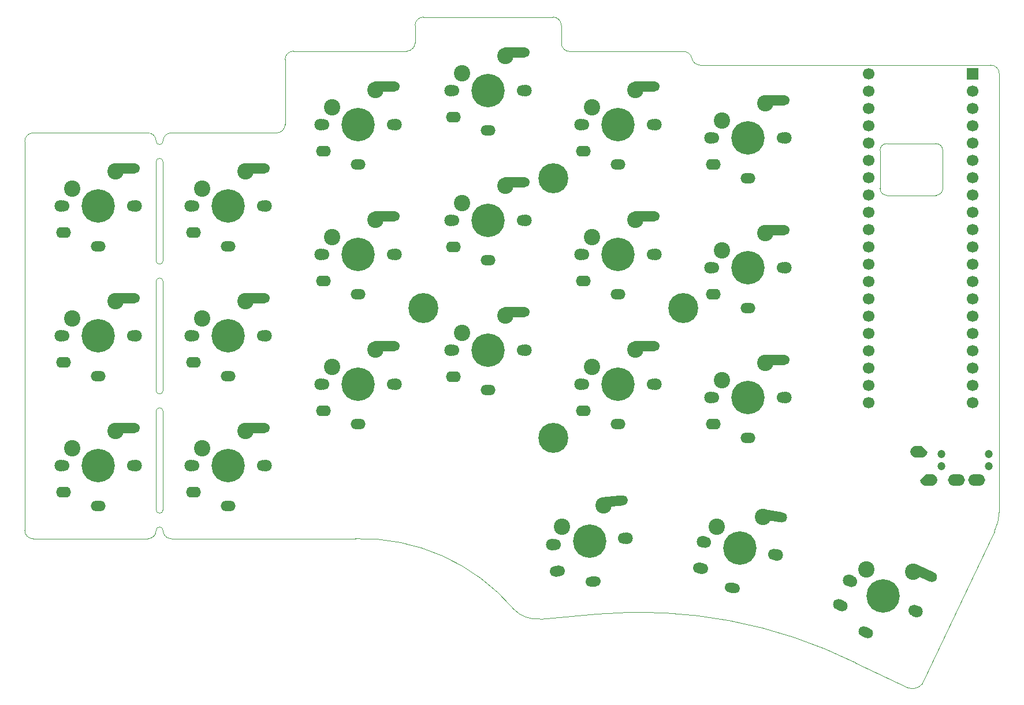
<source format=gbs>
%TF.GenerationSoftware,KiCad,Pcbnew,7.0.5-0*%
%TF.CreationDate,2023-10-24T16:12:26-07:00*%
%TF.ProjectId,Cantor_MX,43616e74-6f72-45f4-9d58-2e6b69636164,rev1.6*%
%TF.SameCoordinates,PX78114e0PY44b6550*%
%TF.FileFunction,Soldermask,Bot*%
%TF.FilePolarity,Negative*%
%FSLAX46Y46*%
G04 Gerber Fmt 4.6, Leading zero omitted, Abs format (unit mm)*
G04 Created by KiCad (PCBNEW 7.0.5-0) date 2023-10-24 16:12:26*
%MOMM*%
%LPD*%
G01*
G04 APERTURE LIST*
G04 Aperture macros list*
%AMHorizOval*
0 Thick line with rounded ends*
0 $1 width*
0 $2 $3 position (X,Y) of the first rounded end (center of the circle)*
0 $4 $5 position (X,Y) of the second rounded end (center of the circle)*
0 Add line between two ends*
20,1,$1,$2,$3,$4,$5,0*
0 Add two circle primitives to create the rounded ends*
1,1,$1,$2,$3*
1,1,$1,$4,$5*%
%AMFreePoly0*
4,1,28,-0.850000,0.400000,0.000000,1.250000,0.114750,1.242219,0.293119,1.197860,0.457783,1.116195,0.601041,1.001041,0.716195,0.857783,0.797860,0.693119,0.842219,0.514750,0.850000,0.400000,0.850000,-0.400000,0.842219,-0.514750,0.797860,-0.693119,0.716195,-0.857783,0.601041,-1.001041,0.457783,-1.116195,0.293119,-1.197860,0.114750,-1.242219,0.000000,-1.250000,-0.114750,-1.242219,
-0.293119,-1.197860,-0.457783,-1.116195,-0.601041,-1.001041,-0.716195,-0.857783,-0.797860,-0.693119,-0.842219,-0.514750,-0.850000,-0.400000,-0.850000,0.400000,-0.850000,0.400000,$1*%
%AMFreePoly1*
4,1,28,-0.850000,0.400000,-0.842219,0.514750,-0.797860,0.693119,-0.716195,0.857783,-0.601041,1.001041,-0.457783,1.116195,-0.293119,1.197860,-0.114750,1.242219,0.000000,1.250000,0.114750,1.242219,0.293119,1.197860,0.457783,1.116195,0.601041,1.001041,0.716195,0.857783,0.797860,0.693119,0.842219,0.514750,0.850000,0.400000,0.850000,-0.400000,0.842219,-0.514750,0.797860,-0.693119,
0.716195,-0.857783,0.601041,-1.001041,0.457783,-1.116195,0.293119,-1.197860,0.114750,-1.242219,0.000000,-1.250000,-0.850000,-0.400000,-0.850000,0.400000,-0.850000,0.400000,$1*%
G04 Aperture macros list end*
%ADD10C,1.800000*%
%ADD11C,1.700000*%
%ADD12C,4.900000*%
%ADD13O,2.200000X1.600000*%
%ADD14C,2.400000*%
%ADD15O,2.200000X1.500000*%
%ADD16HorizOval,1.500000X1.449945X0.012653X-1.449945X-0.012653X0*%
%ADD17HorizOval,1.600000X0.298858X0.026147X-0.298858X-0.026147X0*%
%ADD18HorizOval,1.500000X0.348668X0.030505X-0.348668X-0.030505X0*%
%ADD19HorizOval,1.500000X1.443324X0.138976X-1.443324X-0.138976X0*%
%ADD20C,1.200000*%
%ADD21FreePoly0,270.000000*%
%ADD22FreePoly1,270.000000*%
%ADD23O,2.500000X1.700000*%
%ADD24HorizOval,1.600000X0.271892X-0.126785X-0.271892X0.126785X0*%
%ADD25HorizOval,1.500000X0.317208X-0.147916X-0.317208X0.147916X0*%
%ADD26HorizOval,1.500000X1.319444X-0.601305X-1.319444X0.601305X0*%
%ADD27R,1.700000X1.700000*%
%ADD28C,4.400000*%
%ADD29HorizOval,1.600000X0.295442X-0.052094X-0.295442X0.052094X0*%
%ADD30HorizOval,1.500000X0.344683X-0.060777X-0.344683X0.060777X0*%
%ADD31HorizOval,1.500000X1.430114X-0.239319X-1.430114X0.239319X0*%
%TA.AperFunction,Profile*%
%ADD32C,0.100000*%
%TD*%
G04 APERTURE END LIST*
D10*
%TO.C,K25*%
X32600000Y-26050000D03*
X32600000Y-26050000D03*
D11*
X33020000Y-26050000D03*
X33020000Y-26050000D03*
D12*
X38100000Y-26050000D03*
X38100000Y-26050000D03*
D11*
X43180000Y-26050000D03*
X43180000Y-26050000D03*
D10*
X43600000Y-26050000D03*
X43600000Y-26050000D03*
D13*
X33000000Y-29950000D03*
D14*
X34290000Y-23510000D03*
D15*
X38100000Y-31950000D03*
D14*
X40640000Y-20970000D03*
D16*
X42000042Y-20509599D03*
%TD*%
D10*
%TO.C,K24*%
X13550000Y-24050000D03*
X13550000Y-24050000D03*
D11*
X13970000Y-24050000D03*
X13970000Y-24050000D03*
D12*
X19050000Y-24050000D03*
X19050000Y-24050000D03*
D11*
X24130000Y-24050000D03*
X24130000Y-24050000D03*
D10*
X24550000Y-24050000D03*
X24550000Y-24050000D03*
D13*
X13950000Y-27950000D03*
D14*
X15240000Y-21510000D03*
D15*
X19050000Y-29950000D03*
D14*
X21590000Y-18970000D03*
D16*
X22950042Y-18509599D03*
%TD*%
D10*
%TO.C,K21*%
X-43600000Y-36050000D03*
X-43600000Y-36050000D03*
D11*
X-43180000Y-36050000D03*
X-43180000Y-36050000D03*
D12*
X-38100000Y-36050000D03*
X-38100000Y-36050000D03*
D11*
X-33020000Y-36050000D03*
X-33020000Y-36050000D03*
D10*
X-32600000Y-36050000D03*
X-32600000Y-36050000D03*
D13*
X-43200000Y-39950000D03*
D14*
X-41910000Y-33510000D03*
D15*
X-38100000Y-41950000D03*
D14*
X-35560000Y-30970000D03*
D16*
X-34199958Y-30509599D03*
%TD*%
D10*
%TO.C,K02*%
X-24550000Y14050000D03*
X-24550000Y14050000D03*
D11*
X-24130000Y14050000D03*
X-24130000Y14050000D03*
D12*
X-19050000Y14050000D03*
X-19050000Y14050000D03*
D11*
X-13970000Y14050000D03*
X-13970000Y14050000D03*
D10*
X-13550000Y14050000D03*
X-13550000Y14050000D03*
D13*
X-24150000Y10150000D03*
D14*
X-22860000Y16590000D03*
D15*
X-19050000Y8150000D03*
D14*
X-16510000Y19130000D03*
D16*
X-15149958Y19590401D03*
%TD*%
D10*
%TO.C,K10*%
X-62650000Y-17000000D03*
X-62650000Y-17000000D03*
D11*
X-62230000Y-17000000D03*
X-62230000Y-17000000D03*
D12*
X-57150000Y-17000000D03*
X-57150000Y-17000000D03*
D11*
X-52070000Y-17000000D03*
X-52070000Y-17000000D03*
D10*
X-51650000Y-17000000D03*
X-51650000Y-17000000D03*
D13*
X-62250000Y-20900000D03*
D14*
X-60960000Y-14460000D03*
D15*
X-57150000Y-22900000D03*
D14*
X-54610000Y-11920000D03*
D16*
X-53249958Y-11459599D03*
%TD*%
D10*
%TO.C,K04*%
X13550000Y14050000D03*
X13550000Y14050000D03*
D11*
X13970000Y14050000D03*
X13970000Y14050000D03*
D12*
X19050000Y14050000D03*
X19050000Y14050000D03*
D11*
X24130000Y14050000D03*
X24130000Y14050000D03*
D10*
X24550000Y14050000D03*
X24550000Y14050000D03*
D13*
X13950000Y10150000D03*
D14*
X15240000Y16590000D03*
D15*
X19050000Y8150000D03*
D14*
X21590000Y19130000D03*
D16*
X22950042Y19590401D03*
%TD*%
D10*
%TO.C,K12*%
X-24550000Y-5000000D03*
X-24550000Y-5000000D03*
D11*
X-24130000Y-5000000D03*
X-24130000Y-5000000D03*
D12*
X-19050000Y-5000000D03*
X-19050000Y-5000000D03*
D11*
X-13970000Y-5000000D03*
X-13970000Y-5000000D03*
D10*
X-13550000Y-5000000D03*
X-13550000Y-5000000D03*
D13*
X-24150000Y-8900000D03*
D14*
X-22860000Y-2460000D03*
D15*
X-19050000Y-10900000D03*
D14*
X-16510000Y80000D03*
D16*
X-15149958Y540401D03*
%TD*%
D10*
%TO.C,K30*%
X9420929Y-47629357D03*
X9420929Y-47629357D03*
D11*
X9839331Y-47592751D03*
X9839331Y-47592751D03*
D12*
X14900000Y-47150000D03*
X14900000Y-47150000D03*
D11*
X19960669Y-46707249D03*
X19960669Y-46707249D03*
D10*
X20379071Y-46670643D03*
X20379071Y-46670643D03*
D17*
X10159314Y-51479654D03*
D14*
X10883123Y-44951729D03*
D18*
X15414219Y-53027549D03*
D14*
X16987583Y-41867955D03*
D19*
X18302323Y-41290771D03*
%TD*%
D10*
%TO.C,K01*%
X-43600000Y2050000D03*
X-43600000Y2050000D03*
D11*
X-43180000Y2050000D03*
X-43180000Y2050000D03*
D12*
X-38100000Y2050000D03*
X-38100000Y2050000D03*
D11*
X-33020000Y2050000D03*
X-33020000Y2050000D03*
D10*
X-32600000Y2050000D03*
X-32600000Y2050000D03*
D13*
X-43200000Y-1850000D03*
D14*
X-41910000Y4590000D03*
D15*
X-38100000Y-3850000D03*
D14*
X-35560000Y7130000D03*
D16*
X-34199958Y7590401D03*
%TD*%
D10*
%TO.C,K14*%
X13550000Y-5000000D03*
X13550000Y-5000000D03*
D11*
X13970000Y-5000000D03*
X13970000Y-5000000D03*
D12*
X19050000Y-5000000D03*
X19050000Y-5000000D03*
D11*
X24130000Y-5000000D03*
X24130000Y-5000000D03*
D10*
X24550000Y-5000000D03*
X24550000Y-5000000D03*
D13*
X13950000Y-8900000D03*
D14*
X15240000Y-2460000D03*
D15*
X19050000Y-10900000D03*
D14*
X21590000Y80000D03*
D16*
X22950042Y540401D03*
%TD*%
D10*
%TO.C,K23*%
X-5500000Y-19050000D03*
X-5500000Y-19050000D03*
D11*
X-5080000Y-19050000D03*
X-5080000Y-19050000D03*
D12*
X0Y-19050000D03*
X0Y-19050000D03*
D11*
X5080000Y-19050000D03*
X5080000Y-19050000D03*
D10*
X5500000Y-19050000D03*
X5500000Y-19050000D03*
D13*
X-5100000Y-22950000D03*
D14*
X-3810000Y-16510000D03*
D15*
X0Y-24950000D03*
D14*
X2540000Y-13970000D03*
D16*
X3900042Y-13509599D03*
%TD*%
D10*
%TO.C,K03*%
X-5500000Y19050000D03*
X-5500000Y19050000D03*
D11*
X-5080000Y19050000D03*
X-5080000Y19050000D03*
D12*
X0Y19050000D03*
X0Y19050000D03*
D11*
X5080000Y19050000D03*
X5080000Y19050000D03*
D10*
X5500000Y19050000D03*
X5500000Y19050000D03*
D13*
X-5100000Y15150000D03*
D14*
X-3810000Y21590000D03*
D15*
X0Y13150000D03*
D14*
X2540000Y24130000D03*
D16*
X3900042Y24590401D03*
%TD*%
D10*
%TO.C,K22*%
X-24550000Y-24050000D03*
X-24550000Y-24050000D03*
D11*
X-24130000Y-24050000D03*
X-24130000Y-24050000D03*
D12*
X-19050000Y-24050000D03*
X-19050000Y-24050000D03*
D11*
X-13970000Y-24050000D03*
X-13970000Y-24050000D03*
D10*
X-13550000Y-24050000D03*
X-13550000Y-24050000D03*
D13*
X-24150000Y-27950000D03*
D14*
X-22860000Y-21510000D03*
D15*
X-19050000Y-29950000D03*
D14*
X-16510000Y-18970000D03*
D16*
X-15149958Y-18509599D03*
%TD*%
D20*
%TO.C,J1*%
X73460000Y-34320000D03*
X66460000Y-34320000D03*
X73460000Y-36070000D03*
X66460000Y-36070000D03*
D21*
X63160000Y-33970000D03*
D22*
X64660000Y-38170000D03*
D23*
X71660000Y-38170000D03*
X68660000Y-38170000D03*
%TD*%
D10*
%TO.C,K15*%
X32600000Y-7000000D03*
X32600000Y-7000000D03*
D11*
X33020000Y-7000000D03*
X33020000Y-7000000D03*
D12*
X38100000Y-7000000D03*
X38100000Y-7000000D03*
D11*
X43180000Y-7000000D03*
X43180000Y-7000000D03*
D10*
X43600000Y-7000000D03*
X43600000Y-7000000D03*
D13*
X33000000Y-10900000D03*
D14*
X34290000Y-4460000D03*
D15*
X38100000Y-12900000D03*
D14*
X40640000Y-1920000D03*
D16*
X42000042Y-1459599D03*
%TD*%
D10*
%TO.C,K32*%
X52915307Y-52825600D03*
X52915307Y-52825600D03*
D11*
X53295956Y-53003099D03*
X53295956Y-53003099D03*
D12*
X57900000Y-55150000D03*
X57900000Y-55150000D03*
D11*
X62504044Y-57296901D03*
X62504044Y-57296901D03*
D10*
X62884693Y-57474400D03*
X62884693Y-57474400D03*
D24*
X51629619Y-56529247D03*
D14*
X55520418Y-51237803D03*
D25*
X55406552Y-60497216D03*
D14*
X62348923Y-51619407D03*
D26*
X63776113Y-51776920D03*
%TD*%
D10*
%TO.C,K11*%
X-43600000Y-17000000D03*
X-43600000Y-17000000D03*
D11*
X-43180000Y-17000000D03*
X-43180000Y-17000000D03*
D12*
X-38100000Y-17000000D03*
X-38100000Y-17000000D03*
D11*
X-33020000Y-17000000D03*
X-33020000Y-17000000D03*
D10*
X-32600000Y-17000000D03*
X-32600000Y-17000000D03*
D13*
X-43200000Y-20900000D03*
D14*
X-41910000Y-14460000D03*
D15*
X-38100000Y-22900000D03*
D14*
X-35560000Y-11920000D03*
D16*
X-34199958Y-11459599D03*
%TD*%
D27*
%TO.C,U1*%
X71035000Y21450000D03*
D11*
X71035000Y18910000D03*
X71035000Y16370000D03*
X71035000Y13830000D03*
X71035000Y11290000D03*
X71035000Y8750000D03*
X71035000Y6210000D03*
X71035000Y3670000D03*
X71035000Y1130000D03*
X71035000Y-1410000D03*
X71035000Y-3950000D03*
X71035000Y-6490000D03*
X71035000Y-9030000D03*
X71035000Y-11570000D03*
X71035000Y-14110000D03*
X71035000Y-16650000D03*
X71035000Y-19190000D03*
X71035000Y-21730000D03*
X71035000Y-24270000D03*
X71035000Y-26810000D03*
X55795000Y-26810000D03*
X55795000Y-24270000D03*
X55795000Y-21730000D03*
X55795000Y-19190000D03*
X55795000Y-16650000D03*
X55795000Y-14110000D03*
X55795000Y-11570000D03*
X55795000Y-9030000D03*
X55795000Y-6490000D03*
X55795000Y-3950000D03*
X55795000Y-1410000D03*
X55795000Y1130000D03*
X55795000Y3670000D03*
X55795000Y6210000D03*
X55795000Y8750000D03*
X55795000Y11290000D03*
X55795000Y13830000D03*
X55795000Y16370000D03*
X55795000Y18910000D03*
X55795000Y21450000D03*
%TD*%
D10*
%TO.C,K05*%
X32600000Y12050000D03*
X32600000Y12050000D03*
D11*
X33020000Y12050000D03*
X33020000Y12050000D03*
D12*
X38100000Y12050000D03*
X38100000Y12050000D03*
D11*
X43180000Y12050000D03*
X43180000Y12050000D03*
D10*
X43600000Y12050000D03*
X43600000Y12050000D03*
D13*
X33000000Y8150000D03*
D14*
X34290000Y14590000D03*
D15*
X38100000Y6150000D03*
D14*
X40640000Y17130000D03*
D16*
X42000042Y17590401D03*
%TD*%
D10*
%TO.C,K20*%
X-62650000Y-36050000D03*
X-62650000Y-36050000D03*
D11*
X-62230000Y-36050000D03*
X-62230000Y-36050000D03*
D12*
X-57150000Y-36050000D03*
X-57150000Y-36050000D03*
D11*
X-52070000Y-36050000D03*
X-52070000Y-36050000D03*
D10*
X-51650000Y-36050000D03*
X-51650000Y-36050000D03*
D13*
X-62250000Y-39950000D03*
D14*
X-60960000Y-33510000D03*
D15*
X-57150000Y-41950000D03*
D14*
X-54610000Y-30970000D03*
D16*
X-53249958Y-30509599D03*
%TD*%
D10*
%TO.C,K13*%
X-5500000Y0D03*
X-5500000Y0D03*
D11*
X-5080000Y0D03*
X-5080000Y0D03*
D12*
X0Y0D03*
X0Y0D03*
D11*
X5080000Y0D03*
X5080000Y0D03*
D10*
X5500000Y0D03*
X5500000Y0D03*
D13*
X-5100000Y-3900000D03*
D14*
X-3810000Y2540000D03*
D15*
X0Y-5900000D03*
D14*
X2540000Y5080000D03*
D16*
X3900042Y5540401D03*
%TD*%
D10*
%TO.C,K00*%
X-62650000Y2050000D03*
X-62650000Y2050000D03*
D11*
X-62230000Y2050000D03*
X-62230000Y2050000D03*
D12*
X-57150000Y2050000D03*
X-57150000Y2050000D03*
D11*
X-52070000Y2050000D03*
X-52070000Y2050000D03*
D10*
X-51650000Y2050000D03*
X-51650000Y2050000D03*
D13*
X-62250000Y-1850000D03*
D14*
X-60960000Y4590000D03*
D15*
X-57150000Y-3850000D03*
D14*
X-54610000Y7130000D03*
D16*
X-53249958Y7590401D03*
%TD*%
D28*
%TO.C,REF\u002A\u002A*%
X-9480000Y-12910000D03*
X9570000Y6140000D03*
X9570000Y-31960000D03*
X28620000Y-12910000D03*
%TD*%
D10*
%TO.C,K31*%
X31483557Y-47194935D03*
X31483557Y-47194935D03*
D11*
X31897177Y-47267867D03*
X31897177Y-47267867D03*
D12*
X36900000Y-48150000D03*
X36900000Y-48150000D03*
D11*
X41902823Y-49032133D03*
X41902823Y-49032133D03*
D10*
X42316443Y-49105065D03*
X42316443Y-49105065D03*
D29*
X31200253Y-51105145D03*
D14*
X33588949Y-44986989D03*
D30*
X35875476Y-53960366D03*
D14*
X40283544Y-43588243D03*
D31*
X41702872Y-43371006D03*
%TD*%
D32*
X-48624955Y-8974517D02*
X-48625000Y-25025000D01*
X-11910000Y24806548D02*
G75*
G03*
X-10673448Y26043104I0J1236552D01*
G01*
X65685000Y3640000D02*
G75*
G03*
X66685000Y4640000I0J1000000D01*
G01*
X-47625000Y-25025000D02*
X-47624955Y-8974517D01*
X-46398448Y-46750000D02*
X-19400000Y-46750000D01*
X63630000Y-68110000D02*
X74248728Y-45663239D01*
X3789970Y-57090029D02*
G75*
G03*
X7610000Y-58539999I3440030J3305929D01*
G01*
X-48625000Y-28025000D02*
X-48625040Y-42523488D01*
X58485000Y11240000D02*
G75*
G03*
X57485000Y10240000I200J-1000200D01*
G01*
X57485000Y4640000D02*
X57485000Y10240000D01*
X29900001Y23770000D02*
G75*
G03*
X31110000Y22759999I1209999J219800D01*
G01*
X-47625000Y-28025000D02*
G75*
G03*
X-48125000Y-27525000I-500000J0D01*
G01*
X65685000Y3640000D02*
X58485000Y3640000D01*
X-46408363Y12807822D02*
X-30964374Y12807822D01*
X73670000Y22760000D02*
X31110000Y22760000D01*
X-10673448Y28570000D02*
X-10673448Y26043104D01*
X-9436896Y29806552D02*
X9530000Y29806552D01*
X-48125040Y-43023460D02*
G75*
G03*
X-47625040Y-42523488I40J499960D01*
G01*
X66677893Y10240000D02*
X66685000Y4640000D01*
X12003104Y24750000D02*
X28690000Y24750000D01*
X-48624915Y8581270D02*
X-48624955Y-5974517D01*
X-47624930Y8581270D02*
G75*
G03*
X-48124915Y9081270I-499970J30D01*
G01*
X74960028Y21510000D02*
G75*
G03*
X73670000Y22759999I-1241028J9900D01*
G01*
X-28480000Y24806552D02*
X-11910000Y24806552D01*
X74248732Y-45663241D02*
G75*
G03*
X74960000Y-42840000I-5725032J2943541D01*
G01*
X-48625017Y-5974517D02*
G75*
G03*
X-48124955Y-6474517I500117J117D01*
G01*
X-48625000Y-25025000D02*
G75*
G03*
X-48125000Y-25525000I500000J0D01*
G01*
X66677900Y10240000D02*
G75*
G03*
X65677893Y11240000I-1000000J0D01*
G01*
X-48125040Y-45023560D02*
G75*
G03*
X-48625040Y-45523488I-60J-499940D01*
G01*
X-47624939Y-45533448D02*
G75*
G03*
X-46398448Y-46749999I1216639J48D01*
G01*
X-49841592Y-46750100D02*
G75*
G03*
X-48625040Y-45523488I-108J1216700D01*
G01*
X-48624933Y11591230D02*
G75*
G03*
X-48124915Y11081270I500033J-9830D01*
G01*
X-47624917Y-8974517D02*
G75*
G03*
X-48124955Y-8474517I-500083J-83D01*
G01*
X-28480000Y24806527D02*
G75*
G03*
X-29730000Y23570000I-13400J-1236527D01*
G01*
X10766552Y28570000D02*
X10766552Y25980000D01*
X15940000Y-57820000D02*
X7610000Y-58540000D01*
X-47625040Y-42523488D02*
X-47625000Y-28025000D01*
X53910000Y-64960000D02*
X61613868Y-68641488D01*
X-67896540Y-45533448D02*
G75*
G03*
X-66670000Y-46750000I1216640J48D01*
G01*
X29900008Y23770002D02*
G75*
G03*
X28690000Y24750000I-1210008J-257002D01*
G01*
X-48124915Y9081215D02*
G75*
G03*
X-48624915Y8581270I-85J-499915D01*
G01*
X-66660000Y12806552D02*
G75*
G03*
X-67896552Y11570000I0J-1236552D01*
G01*
X-30964374Y12807822D02*
G75*
G03*
X-29727822Y14044374I-26J1236578D01*
G01*
X58485000Y11240000D02*
X65677893Y11240000D01*
X-66660000Y12806552D02*
X-49851507Y12807782D01*
X10766583Y25980000D02*
G75*
G03*
X12003104Y24750000I1230017J0D01*
G01*
X-48124915Y11081215D02*
G75*
G03*
X-47624915Y11581270I15J499985D01*
G01*
X-48124955Y-6474445D02*
G75*
G03*
X-47624955Y-5974517I-45J500045D01*
G01*
X-48624978Y11591230D02*
G75*
G03*
X-49851507Y12807782I-1216622J-30D01*
G01*
X-47624983Y-45533448D02*
G75*
G03*
X-48125040Y-45023488I-500117J9748D01*
G01*
X-9436896Y29806548D02*
G75*
G03*
X-10673448Y28570000I-4J-1236548D01*
G01*
X-48625088Y-42523488D02*
G75*
G03*
X-48125040Y-43023488I500088J88D01*
G01*
X-46408363Y12807855D02*
G75*
G03*
X-47624914Y11581270I63J-1216655D01*
G01*
X57485001Y4640000D02*
G75*
G03*
X58485000Y3640001I1009999J10000D01*
G01*
X-29730000Y23570000D02*
X-29727822Y14044374D01*
X3790002Y-57089998D02*
G75*
G03*
X-19400000Y-46750000I-22380702J-19019602D01*
G01*
X10766552Y28570000D02*
G75*
G03*
X9530000Y29806552I-1236552J0D01*
G01*
X-49841592Y-46750040D02*
X-66670000Y-46750000D01*
X-48125000Y-25525000D02*
G75*
G03*
X-47625000Y-25025000I0J500000D01*
G01*
X-48124955Y-8474545D02*
G75*
G03*
X-48624955Y-8974517I-45J-499955D01*
G01*
X-48125000Y-27525000D02*
G75*
G03*
X-48625000Y-28025000I0J-500000D01*
G01*
X-47624955Y-5974517D02*
X-47624915Y8581270D01*
X74960000Y-42840000D02*
X74960000Y21510000D01*
X61613883Y-68641447D02*
G75*
G03*
X63629999Y-68109999I623117J1726047D01*
G01*
X-67896552Y-45533448D02*
X-67896552Y11570000D01*
X53910001Y-64959998D02*
G75*
G03*
X15940000Y-57820000I-31697901J-64036302D01*
G01*
M02*

</source>
